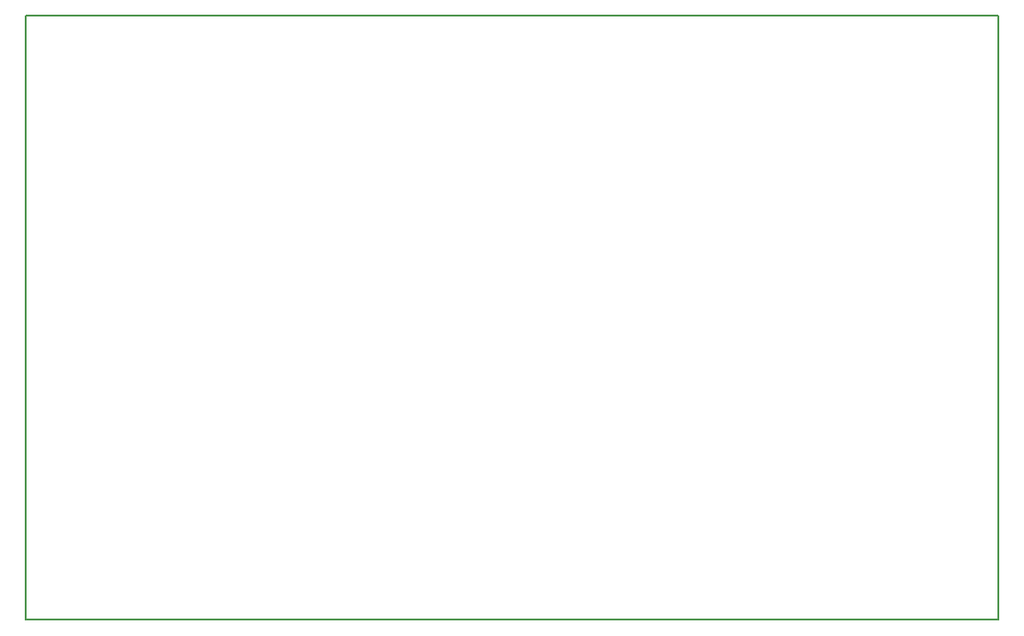
<source format=gm1>
G04 MADE WITH FRITZING*
G04 WWW.FRITZING.ORG*
G04 DOUBLE SIDED*
G04 HOLES PLATED*
G04 CONTOUR ON CENTER OF CONTOUR VECTOR*
%ASAXBY*%
%FSLAX23Y23*%
%MOIN*%
%OFA0B0*%
%SFA1.0B1.0*%
%ADD10R,3.542600X2.203700*%
%ADD11C,0.008000*%
%ADD10C,0.008*%
%LNCONTOUR*%
G90*
G70*
G54D10*
G54D11*
X4Y2200D02*
X3539Y2200D01*
X3539Y4D01*
X4Y4D01*
X4Y2200D01*
D02*
G04 End of contour*
M02*
</source>
